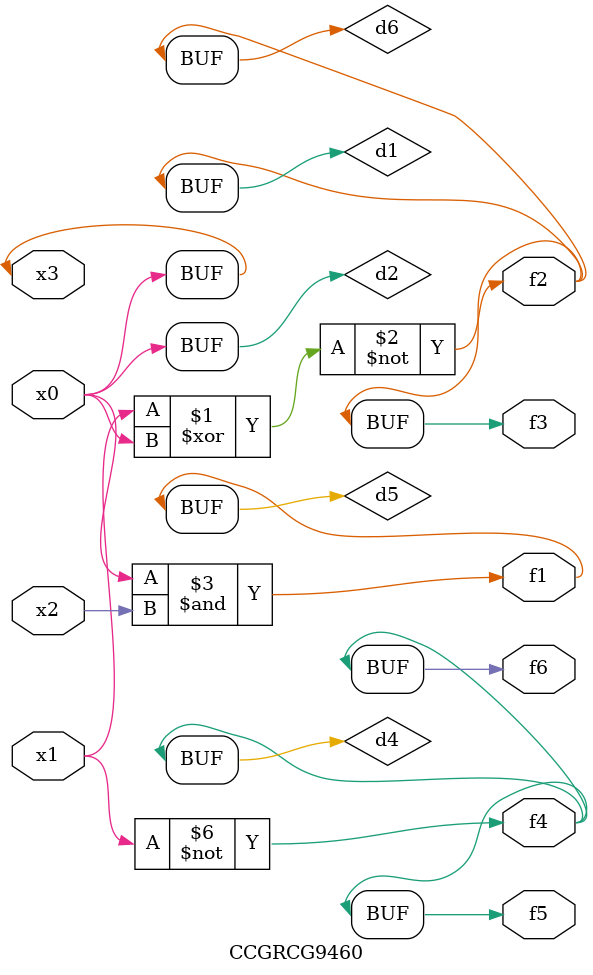
<source format=v>
module CCGRCG9460(
	input x0, x1, x2, x3,
	output f1, f2, f3, f4, f5, f6
);

	wire d1, d2, d3, d4, d5, d6;

	xnor (d1, x1, x3);
	buf (d2, x0, x3);
	nand (d3, x0, x2);
	not (d4, x1);
	nand (d5, d3);
	or (d6, d1);
	assign f1 = d5;
	assign f2 = d6;
	assign f3 = d6;
	assign f4 = d4;
	assign f5 = d4;
	assign f6 = d4;
endmodule

</source>
